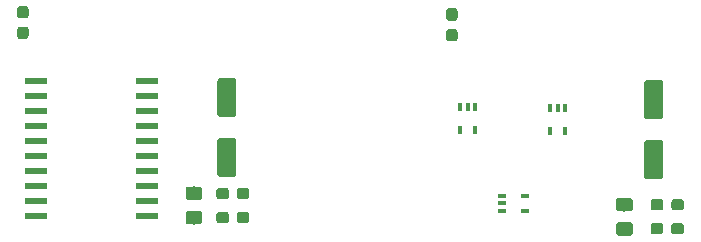
<source format=gtp>
G04 #@! TF.GenerationSoftware,KiCad,Pcbnew,5.0.2+dfsg1-1~bpo9+1*
G04 #@! TF.CreationDate,2019-11-03T17:14:50+01:00*
G04 #@! TF.ProjectId,HALF_DUPLEX_UART,48414c46-5f44-4555-904c-45585f554152,rev?*
G04 #@! TF.SameCoordinates,Original*
G04 #@! TF.FileFunction,Paste,Top*
G04 #@! TF.FilePolarity,Positive*
%FSLAX46Y46*%
G04 Gerber Fmt 4.6, Leading zero omitted, Abs format (unit mm)*
G04 Created by KiCad (PCBNEW 5.0.2+dfsg1-1~bpo9+1) date dim. 03 nov. 2019 17:14:50 CET*
%MOMM*%
%LPD*%
G01*
G04 APERTURE LIST*
%ADD10R,0.650000X0.400000*%
%ADD11R,0.400000X0.650000*%
%ADD12C,0.100000*%
%ADD13C,1.600000*%
%ADD14C,0.950000*%
%ADD15C,1.150000*%
%ADD16R,1.950000X0.600000*%
G04 APERTURE END LIST*
D10*
G04 #@! TO.C,U103*
X167447000Y-110665500D03*
X167447000Y-111965500D03*
X165547000Y-111315500D03*
X165547000Y-111965500D03*
X165547000Y-110665500D03*
G04 #@! TD*
D11*
G04 #@! TO.C,U102*
X170896000Y-105170000D03*
X169596000Y-105170000D03*
X170246000Y-103270000D03*
X169596000Y-103270000D03*
X170896000Y-103270000D03*
G04 #@! TD*
G04 #@! TO.C,U104*
X163273500Y-105090000D03*
X161973500Y-105090000D03*
X162623500Y-103190000D03*
X161973500Y-103190000D03*
X163273500Y-103190000D03*
G04 #@! TD*
D12*
G04 #@! TO.C,C101*
G36*
X142814504Y-105778204D02*
X142838773Y-105781804D01*
X142862571Y-105787765D01*
X142885671Y-105796030D01*
X142907849Y-105806520D01*
X142928893Y-105819133D01*
X142948598Y-105833747D01*
X142966777Y-105850223D01*
X142983253Y-105868402D01*
X142997867Y-105888107D01*
X143010480Y-105909151D01*
X143020970Y-105931329D01*
X143029235Y-105954429D01*
X143035196Y-105978227D01*
X143038796Y-106002496D01*
X143040000Y-106027000D01*
X143040000Y-108852000D01*
X143038796Y-108876504D01*
X143035196Y-108900773D01*
X143029235Y-108924571D01*
X143020970Y-108947671D01*
X143010480Y-108969849D01*
X142997867Y-108990893D01*
X142983253Y-109010598D01*
X142966777Y-109028777D01*
X142948598Y-109045253D01*
X142928893Y-109059867D01*
X142907849Y-109072480D01*
X142885671Y-109082970D01*
X142862571Y-109091235D01*
X142838773Y-109097196D01*
X142814504Y-109100796D01*
X142790000Y-109102000D01*
X141690000Y-109102000D01*
X141665496Y-109100796D01*
X141641227Y-109097196D01*
X141617429Y-109091235D01*
X141594329Y-109082970D01*
X141572151Y-109072480D01*
X141551107Y-109059867D01*
X141531402Y-109045253D01*
X141513223Y-109028777D01*
X141496747Y-109010598D01*
X141482133Y-108990893D01*
X141469520Y-108969849D01*
X141459030Y-108947671D01*
X141450765Y-108924571D01*
X141444804Y-108900773D01*
X141441204Y-108876504D01*
X141440000Y-108852000D01*
X141440000Y-106027000D01*
X141441204Y-106002496D01*
X141444804Y-105978227D01*
X141450765Y-105954429D01*
X141459030Y-105931329D01*
X141469520Y-105909151D01*
X141482133Y-105888107D01*
X141496747Y-105868402D01*
X141513223Y-105850223D01*
X141531402Y-105833747D01*
X141551107Y-105819133D01*
X141572151Y-105806520D01*
X141594329Y-105796030D01*
X141617429Y-105787765D01*
X141641227Y-105781804D01*
X141665496Y-105778204D01*
X141690000Y-105777000D01*
X142790000Y-105777000D01*
X142814504Y-105778204D01*
X142814504Y-105778204D01*
G37*
D13*
X142240000Y-107439500D03*
D12*
G36*
X142814504Y-100703204D02*
X142838773Y-100706804D01*
X142862571Y-100712765D01*
X142885671Y-100721030D01*
X142907849Y-100731520D01*
X142928893Y-100744133D01*
X142948598Y-100758747D01*
X142966777Y-100775223D01*
X142983253Y-100793402D01*
X142997867Y-100813107D01*
X143010480Y-100834151D01*
X143020970Y-100856329D01*
X143029235Y-100879429D01*
X143035196Y-100903227D01*
X143038796Y-100927496D01*
X143040000Y-100952000D01*
X143040000Y-103777000D01*
X143038796Y-103801504D01*
X143035196Y-103825773D01*
X143029235Y-103849571D01*
X143020970Y-103872671D01*
X143010480Y-103894849D01*
X142997867Y-103915893D01*
X142983253Y-103935598D01*
X142966777Y-103953777D01*
X142948598Y-103970253D01*
X142928893Y-103984867D01*
X142907849Y-103997480D01*
X142885671Y-104007970D01*
X142862571Y-104016235D01*
X142838773Y-104022196D01*
X142814504Y-104025796D01*
X142790000Y-104027000D01*
X141690000Y-104027000D01*
X141665496Y-104025796D01*
X141641227Y-104022196D01*
X141617429Y-104016235D01*
X141594329Y-104007970D01*
X141572151Y-103997480D01*
X141551107Y-103984867D01*
X141531402Y-103970253D01*
X141513223Y-103953777D01*
X141496747Y-103935598D01*
X141482133Y-103915893D01*
X141469520Y-103894849D01*
X141459030Y-103872671D01*
X141450765Y-103849571D01*
X141444804Y-103825773D01*
X141441204Y-103801504D01*
X141440000Y-103777000D01*
X141440000Y-100952000D01*
X141441204Y-100927496D01*
X141444804Y-100903227D01*
X141450765Y-100879429D01*
X141459030Y-100856329D01*
X141469520Y-100834151D01*
X141482133Y-100813107D01*
X141496747Y-100793402D01*
X141513223Y-100775223D01*
X141531402Y-100758747D01*
X141551107Y-100744133D01*
X141572151Y-100731520D01*
X141594329Y-100721030D01*
X141617429Y-100712765D01*
X141641227Y-100706804D01*
X141665496Y-100703204D01*
X141690000Y-100702000D01*
X142790000Y-100702000D01*
X142814504Y-100703204D01*
X142814504Y-100703204D01*
G37*
D13*
X142240000Y-102364500D03*
G04 #@! TD*
D12*
G04 #@! TO.C,C102*
G36*
X143933779Y-112048144D02*
X143956834Y-112051563D01*
X143979443Y-112057227D01*
X144001387Y-112065079D01*
X144022457Y-112075044D01*
X144042448Y-112087026D01*
X144061168Y-112100910D01*
X144078438Y-112116562D01*
X144094090Y-112133832D01*
X144107974Y-112152552D01*
X144119956Y-112172543D01*
X144129921Y-112193613D01*
X144137773Y-112215557D01*
X144143437Y-112238166D01*
X144146856Y-112261221D01*
X144148000Y-112284500D01*
X144148000Y-112759500D01*
X144146856Y-112782779D01*
X144143437Y-112805834D01*
X144137773Y-112828443D01*
X144129921Y-112850387D01*
X144119956Y-112871457D01*
X144107974Y-112891448D01*
X144094090Y-112910168D01*
X144078438Y-112927438D01*
X144061168Y-112943090D01*
X144042448Y-112956974D01*
X144022457Y-112968956D01*
X144001387Y-112978921D01*
X143979443Y-112986773D01*
X143956834Y-112992437D01*
X143933779Y-112995856D01*
X143910500Y-112997000D01*
X143335500Y-112997000D01*
X143312221Y-112995856D01*
X143289166Y-112992437D01*
X143266557Y-112986773D01*
X143244613Y-112978921D01*
X143223543Y-112968956D01*
X143203552Y-112956974D01*
X143184832Y-112943090D01*
X143167562Y-112927438D01*
X143151910Y-112910168D01*
X143138026Y-112891448D01*
X143126044Y-112871457D01*
X143116079Y-112850387D01*
X143108227Y-112828443D01*
X143102563Y-112805834D01*
X143099144Y-112782779D01*
X143098000Y-112759500D01*
X143098000Y-112284500D01*
X143099144Y-112261221D01*
X143102563Y-112238166D01*
X143108227Y-112215557D01*
X143116079Y-112193613D01*
X143126044Y-112172543D01*
X143138026Y-112152552D01*
X143151910Y-112133832D01*
X143167562Y-112116562D01*
X143184832Y-112100910D01*
X143203552Y-112087026D01*
X143223543Y-112075044D01*
X143244613Y-112065079D01*
X143266557Y-112057227D01*
X143289166Y-112051563D01*
X143312221Y-112048144D01*
X143335500Y-112047000D01*
X143910500Y-112047000D01*
X143933779Y-112048144D01*
X143933779Y-112048144D01*
G37*
D14*
X143623000Y-112522000D03*
D12*
G36*
X142183779Y-112048144D02*
X142206834Y-112051563D01*
X142229443Y-112057227D01*
X142251387Y-112065079D01*
X142272457Y-112075044D01*
X142292448Y-112087026D01*
X142311168Y-112100910D01*
X142328438Y-112116562D01*
X142344090Y-112133832D01*
X142357974Y-112152552D01*
X142369956Y-112172543D01*
X142379921Y-112193613D01*
X142387773Y-112215557D01*
X142393437Y-112238166D01*
X142396856Y-112261221D01*
X142398000Y-112284500D01*
X142398000Y-112759500D01*
X142396856Y-112782779D01*
X142393437Y-112805834D01*
X142387773Y-112828443D01*
X142379921Y-112850387D01*
X142369956Y-112871457D01*
X142357974Y-112891448D01*
X142344090Y-112910168D01*
X142328438Y-112927438D01*
X142311168Y-112943090D01*
X142292448Y-112956974D01*
X142272457Y-112968956D01*
X142251387Y-112978921D01*
X142229443Y-112986773D01*
X142206834Y-112992437D01*
X142183779Y-112995856D01*
X142160500Y-112997000D01*
X141585500Y-112997000D01*
X141562221Y-112995856D01*
X141539166Y-112992437D01*
X141516557Y-112986773D01*
X141494613Y-112978921D01*
X141473543Y-112968956D01*
X141453552Y-112956974D01*
X141434832Y-112943090D01*
X141417562Y-112927438D01*
X141401910Y-112910168D01*
X141388026Y-112891448D01*
X141376044Y-112871457D01*
X141366079Y-112850387D01*
X141358227Y-112828443D01*
X141352563Y-112805834D01*
X141349144Y-112782779D01*
X141348000Y-112759500D01*
X141348000Y-112284500D01*
X141349144Y-112261221D01*
X141352563Y-112238166D01*
X141358227Y-112215557D01*
X141366079Y-112193613D01*
X141376044Y-112172543D01*
X141388026Y-112152552D01*
X141401910Y-112133832D01*
X141417562Y-112116562D01*
X141434832Y-112100910D01*
X141453552Y-112087026D01*
X141473543Y-112075044D01*
X141494613Y-112065079D01*
X141516557Y-112057227D01*
X141539166Y-112051563D01*
X141562221Y-112048144D01*
X141585500Y-112047000D01*
X142160500Y-112047000D01*
X142183779Y-112048144D01*
X142183779Y-112048144D01*
G37*
D14*
X141873000Y-112522000D03*
G04 #@! TD*
D12*
G04 #@! TO.C,C103*
G36*
X178946004Y-100893704D02*
X178970273Y-100897304D01*
X178994071Y-100903265D01*
X179017171Y-100911530D01*
X179039349Y-100922020D01*
X179060393Y-100934633D01*
X179080098Y-100949247D01*
X179098277Y-100965723D01*
X179114753Y-100983902D01*
X179129367Y-101003607D01*
X179141980Y-101024651D01*
X179152470Y-101046829D01*
X179160735Y-101069929D01*
X179166696Y-101093727D01*
X179170296Y-101117996D01*
X179171500Y-101142500D01*
X179171500Y-103967500D01*
X179170296Y-103992004D01*
X179166696Y-104016273D01*
X179160735Y-104040071D01*
X179152470Y-104063171D01*
X179141980Y-104085349D01*
X179129367Y-104106393D01*
X179114753Y-104126098D01*
X179098277Y-104144277D01*
X179080098Y-104160753D01*
X179060393Y-104175367D01*
X179039349Y-104187980D01*
X179017171Y-104198470D01*
X178994071Y-104206735D01*
X178970273Y-104212696D01*
X178946004Y-104216296D01*
X178921500Y-104217500D01*
X177821500Y-104217500D01*
X177796996Y-104216296D01*
X177772727Y-104212696D01*
X177748929Y-104206735D01*
X177725829Y-104198470D01*
X177703651Y-104187980D01*
X177682607Y-104175367D01*
X177662902Y-104160753D01*
X177644723Y-104144277D01*
X177628247Y-104126098D01*
X177613633Y-104106393D01*
X177601020Y-104085349D01*
X177590530Y-104063171D01*
X177582265Y-104040071D01*
X177576304Y-104016273D01*
X177572704Y-103992004D01*
X177571500Y-103967500D01*
X177571500Y-101142500D01*
X177572704Y-101117996D01*
X177576304Y-101093727D01*
X177582265Y-101069929D01*
X177590530Y-101046829D01*
X177601020Y-101024651D01*
X177613633Y-101003607D01*
X177628247Y-100983902D01*
X177644723Y-100965723D01*
X177662902Y-100949247D01*
X177682607Y-100934633D01*
X177703651Y-100922020D01*
X177725829Y-100911530D01*
X177748929Y-100903265D01*
X177772727Y-100897304D01*
X177796996Y-100893704D01*
X177821500Y-100892500D01*
X178921500Y-100892500D01*
X178946004Y-100893704D01*
X178946004Y-100893704D01*
G37*
D13*
X178371500Y-102555000D03*
D12*
G36*
X178946004Y-105968704D02*
X178970273Y-105972304D01*
X178994071Y-105978265D01*
X179017171Y-105986530D01*
X179039349Y-105997020D01*
X179060393Y-106009633D01*
X179080098Y-106024247D01*
X179098277Y-106040723D01*
X179114753Y-106058902D01*
X179129367Y-106078607D01*
X179141980Y-106099651D01*
X179152470Y-106121829D01*
X179160735Y-106144929D01*
X179166696Y-106168727D01*
X179170296Y-106192996D01*
X179171500Y-106217500D01*
X179171500Y-109042500D01*
X179170296Y-109067004D01*
X179166696Y-109091273D01*
X179160735Y-109115071D01*
X179152470Y-109138171D01*
X179141980Y-109160349D01*
X179129367Y-109181393D01*
X179114753Y-109201098D01*
X179098277Y-109219277D01*
X179080098Y-109235753D01*
X179060393Y-109250367D01*
X179039349Y-109262980D01*
X179017171Y-109273470D01*
X178994071Y-109281735D01*
X178970273Y-109287696D01*
X178946004Y-109291296D01*
X178921500Y-109292500D01*
X177821500Y-109292500D01*
X177796996Y-109291296D01*
X177772727Y-109287696D01*
X177748929Y-109281735D01*
X177725829Y-109273470D01*
X177703651Y-109262980D01*
X177682607Y-109250367D01*
X177662902Y-109235753D01*
X177644723Y-109219277D01*
X177628247Y-109201098D01*
X177613633Y-109181393D01*
X177601020Y-109160349D01*
X177590530Y-109138171D01*
X177582265Y-109115071D01*
X177576304Y-109091273D01*
X177572704Y-109067004D01*
X177571500Y-109042500D01*
X177571500Y-106217500D01*
X177572704Y-106192996D01*
X177576304Y-106168727D01*
X177582265Y-106144929D01*
X177590530Y-106121829D01*
X177601020Y-106099651D01*
X177613633Y-106078607D01*
X177628247Y-106058902D01*
X177644723Y-106040723D01*
X177662902Y-106024247D01*
X177682607Y-106009633D01*
X177703651Y-105997020D01*
X177725829Y-105986530D01*
X177748929Y-105978265D01*
X177772727Y-105972304D01*
X177796996Y-105968704D01*
X177821500Y-105967500D01*
X178921500Y-105967500D01*
X178946004Y-105968704D01*
X178946004Y-105968704D01*
G37*
D13*
X178371500Y-107630000D03*
G04 #@! TD*
D12*
G04 #@! TO.C,C104*
G36*
X178950279Y-113000644D02*
X178973334Y-113004063D01*
X178995943Y-113009727D01*
X179017887Y-113017579D01*
X179038957Y-113027544D01*
X179058948Y-113039526D01*
X179077668Y-113053410D01*
X179094938Y-113069062D01*
X179110590Y-113086332D01*
X179124474Y-113105052D01*
X179136456Y-113125043D01*
X179146421Y-113146113D01*
X179154273Y-113168057D01*
X179159937Y-113190666D01*
X179163356Y-113213721D01*
X179164500Y-113237000D01*
X179164500Y-113712000D01*
X179163356Y-113735279D01*
X179159937Y-113758334D01*
X179154273Y-113780943D01*
X179146421Y-113802887D01*
X179136456Y-113823957D01*
X179124474Y-113843948D01*
X179110590Y-113862668D01*
X179094938Y-113879938D01*
X179077668Y-113895590D01*
X179058948Y-113909474D01*
X179038957Y-113921456D01*
X179017887Y-113931421D01*
X178995943Y-113939273D01*
X178973334Y-113944937D01*
X178950279Y-113948356D01*
X178927000Y-113949500D01*
X178352000Y-113949500D01*
X178328721Y-113948356D01*
X178305666Y-113944937D01*
X178283057Y-113939273D01*
X178261113Y-113931421D01*
X178240043Y-113921456D01*
X178220052Y-113909474D01*
X178201332Y-113895590D01*
X178184062Y-113879938D01*
X178168410Y-113862668D01*
X178154526Y-113843948D01*
X178142544Y-113823957D01*
X178132579Y-113802887D01*
X178124727Y-113780943D01*
X178119063Y-113758334D01*
X178115644Y-113735279D01*
X178114500Y-113712000D01*
X178114500Y-113237000D01*
X178115644Y-113213721D01*
X178119063Y-113190666D01*
X178124727Y-113168057D01*
X178132579Y-113146113D01*
X178142544Y-113125043D01*
X178154526Y-113105052D01*
X178168410Y-113086332D01*
X178184062Y-113069062D01*
X178201332Y-113053410D01*
X178220052Y-113039526D01*
X178240043Y-113027544D01*
X178261113Y-113017579D01*
X178283057Y-113009727D01*
X178305666Y-113004063D01*
X178328721Y-113000644D01*
X178352000Y-112999500D01*
X178927000Y-112999500D01*
X178950279Y-113000644D01*
X178950279Y-113000644D01*
G37*
D14*
X178639500Y-113474500D03*
D12*
G36*
X180700279Y-113000644D02*
X180723334Y-113004063D01*
X180745943Y-113009727D01*
X180767887Y-113017579D01*
X180788957Y-113027544D01*
X180808948Y-113039526D01*
X180827668Y-113053410D01*
X180844938Y-113069062D01*
X180860590Y-113086332D01*
X180874474Y-113105052D01*
X180886456Y-113125043D01*
X180896421Y-113146113D01*
X180904273Y-113168057D01*
X180909937Y-113190666D01*
X180913356Y-113213721D01*
X180914500Y-113237000D01*
X180914500Y-113712000D01*
X180913356Y-113735279D01*
X180909937Y-113758334D01*
X180904273Y-113780943D01*
X180896421Y-113802887D01*
X180886456Y-113823957D01*
X180874474Y-113843948D01*
X180860590Y-113862668D01*
X180844938Y-113879938D01*
X180827668Y-113895590D01*
X180808948Y-113909474D01*
X180788957Y-113921456D01*
X180767887Y-113931421D01*
X180745943Y-113939273D01*
X180723334Y-113944937D01*
X180700279Y-113948356D01*
X180677000Y-113949500D01*
X180102000Y-113949500D01*
X180078721Y-113948356D01*
X180055666Y-113944937D01*
X180033057Y-113939273D01*
X180011113Y-113931421D01*
X179990043Y-113921456D01*
X179970052Y-113909474D01*
X179951332Y-113895590D01*
X179934062Y-113879938D01*
X179918410Y-113862668D01*
X179904526Y-113843948D01*
X179892544Y-113823957D01*
X179882579Y-113802887D01*
X179874727Y-113780943D01*
X179869063Y-113758334D01*
X179865644Y-113735279D01*
X179864500Y-113712000D01*
X179864500Y-113237000D01*
X179865644Y-113213721D01*
X179869063Y-113190666D01*
X179874727Y-113168057D01*
X179882579Y-113146113D01*
X179892544Y-113125043D01*
X179904526Y-113105052D01*
X179918410Y-113086332D01*
X179934062Y-113069062D01*
X179951332Y-113053410D01*
X179970052Y-113039526D01*
X179990043Y-113027544D01*
X180011113Y-113017579D01*
X180033057Y-113009727D01*
X180055666Y-113004063D01*
X180078721Y-113000644D01*
X180102000Y-112999500D01*
X180677000Y-112999500D01*
X180700279Y-113000644D01*
X180700279Y-113000644D01*
G37*
D14*
X180389500Y-113474500D03*
G04 #@! TD*
D12*
G04 #@! TO.C,D101*
G36*
X139920505Y-109907204D02*
X139944773Y-109910804D01*
X139968572Y-109916765D01*
X139991671Y-109925030D01*
X140013850Y-109935520D01*
X140034893Y-109948132D01*
X140054599Y-109962747D01*
X140072777Y-109979223D01*
X140089253Y-109997401D01*
X140103868Y-110017107D01*
X140116480Y-110038150D01*
X140126970Y-110060329D01*
X140135235Y-110083428D01*
X140141196Y-110107227D01*
X140144796Y-110131495D01*
X140146000Y-110155999D01*
X140146000Y-110806001D01*
X140144796Y-110830505D01*
X140141196Y-110854773D01*
X140135235Y-110878572D01*
X140126970Y-110901671D01*
X140116480Y-110923850D01*
X140103868Y-110944893D01*
X140089253Y-110964599D01*
X140072777Y-110982777D01*
X140054599Y-110999253D01*
X140034893Y-111013868D01*
X140013850Y-111026480D01*
X139991671Y-111036970D01*
X139968572Y-111045235D01*
X139944773Y-111051196D01*
X139920505Y-111054796D01*
X139896001Y-111056000D01*
X138995999Y-111056000D01*
X138971495Y-111054796D01*
X138947227Y-111051196D01*
X138923428Y-111045235D01*
X138900329Y-111036970D01*
X138878150Y-111026480D01*
X138857107Y-111013868D01*
X138837401Y-110999253D01*
X138819223Y-110982777D01*
X138802747Y-110964599D01*
X138788132Y-110944893D01*
X138775520Y-110923850D01*
X138765030Y-110901671D01*
X138756765Y-110878572D01*
X138750804Y-110854773D01*
X138747204Y-110830505D01*
X138746000Y-110806001D01*
X138746000Y-110155999D01*
X138747204Y-110131495D01*
X138750804Y-110107227D01*
X138756765Y-110083428D01*
X138765030Y-110060329D01*
X138775520Y-110038150D01*
X138788132Y-110017107D01*
X138802747Y-109997401D01*
X138819223Y-109979223D01*
X138837401Y-109962747D01*
X138857107Y-109948132D01*
X138878150Y-109935520D01*
X138900329Y-109925030D01*
X138923428Y-109916765D01*
X138947227Y-109910804D01*
X138971495Y-109907204D01*
X138995999Y-109906000D01*
X139896001Y-109906000D01*
X139920505Y-109907204D01*
X139920505Y-109907204D01*
G37*
D15*
X139446000Y-110481000D03*
D12*
G36*
X139920505Y-111957204D02*
X139944773Y-111960804D01*
X139968572Y-111966765D01*
X139991671Y-111975030D01*
X140013850Y-111985520D01*
X140034893Y-111998132D01*
X140054599Y-112012747D01*
X140072777Y-112029223D01*
X140089253Y-112047401D01*
X140103868Y-112067107D01*
X140116480Y-112088150D01*
X140126970Y-112110329D01*
X140135235Y-112133428D01*
X140141196Y-112157227D01*
X140144796Y-112181495D01*
X140146000Y-112205999D01*
X140146000Y-112856001D01*
X140144796Y-112880505D01*
X140141196Y-112904773D01*
X140135235Y-112928572D01*
X140126970Y-112951671D01*
X140116480Y-112973850D01*
X140103868Y-112994893D01*
X140089253Y-113014599D01*
X140072777Y-113032777D01*
X140054599Y-113049253D01*
X140034893Y-113063868D01*
X140013850Y-113076480D01*
X139991671Y-113086970D01*
X139968572Y-113095235D01*
X139944773Y-113101196D01*
X139920505Y-113104796D01*
X139896001Y-113106000D01*
X138995999Y-113106000D01*
X138971495Y-113104796D01*
X138947227Y-113101196D01*
X138923428Y-113095235D01*
X138900329Y-113086970D01*
X138878150Y-113076480D01*
X138857107Y-113063868D01*
X138837401Y-113049253D01*
X138819223Y-113032777D01*
X138802747Y-113014599D01*
X138788132Y-112994893D01*
X138775520Y-112973850D01*
X138765030Y-112951671D01*
X138756765Y-112928572D01*
X138750804Y-112904773D01*
X138747204Y-112880505D01*
X138746000Y-112856001D01*
X138746000Y-112205999D01*
X138747204Y-112181495D01*
X138750804Y-112157227D01*
X138756765Y-112133428D01*
X138765030Y-112110329D01*
X138775520Y-112088150D01*
X138788132Y-112067107D01*
X138802747Y-112047401D01*
X138819223Y-112029223D01*
X138837401Y-112012747D01*
X138857107Y-111998132D01*
X138878150Y-111985520D01*
X138900329Y-111975030D01*
X138923428Y-111966765D01*
X138947227Y-111960804D01*
X138971495Y-111957204D01*
X138995999Y-111956000D01*
X139896001Y-111956000D01*
X139920505Y-111957204D01*
X139920505Y-111957204D01*
G37*
D15*
X139446000Y-112531000D03*
G04 #@! TD*
D12*
G04 #@! TO.C,D102*
G36*
X176369505Y-112909704D02*
X176393773Y-112913304D01*
X176417572Y-112919265D01*
X176440671Y-112927530D01*
X176462850Y-112938020D01*
X176483893Y-112950632D01*
X176503599Y-112965247D01*
X176521777Y-112981723D01*
X176538253Y-112999901D01*
X176552868Y-113019607D01*
X176565480Y-113040650D01*
X176575970Y-113062829D01*
X176584235Y-113085928D01*
X176590196Y-113109727D01*
X176593796Y-113133995D01*
X176595000Y-113158499D01*
X176595000Y-113808501D01*
X176593796Y-113833005D01*
X176590196Y-113857273D01*
X176584235Y-113881072D01*
X176575970Y-113904171D01*
X176565480Y-113926350D01*
X176552868Y-113947393D01*
X176538253Y-113967099D01*
X176521777Y-113985277D01*
X176503599Y-114001753D01*
X176483893Y-114016368D01*
X176462850Y-114028980D01*
X176440671Y-114039470D01*
X176417572Y-114047735D01*
X176393773Y-114053696D01*
X176369505Y-114057296D01*
X176345001Y-114058500D01*
X175444999Y-114058500D01*
X175420495Y-114057296D01*
X175396227Y-114053696D01*
X175372428Y-114047735D01*
X175349329Y-114039470D01*
X175327150Y-114028980D01*
X175306107Y-114016368D01*
X175286401Y-114001753D01*
X175268223Y-113985277D01*
X175251747Y-113967099D01*
X175237132Y-113947393D01*
X175224520Y-113926350D01*
X175214030Y-113904171D01*
X175205765Y-113881072D01*
X175199804Y-113857273D01*
X175196204Y-113833005D01*
X175195000Y-113808501D01*
X175195000Y-113158499D01*
X175196204Y-113133995D01*
X175199804Y-113109727D01*
X175205765Y-113085928D01*
X175214030Y-113062829D01*
X175224520Y-113040650D01*
X175237132Y-113019607D01*
X175251747Y-112999901D01*
X175268223Y-112981723D01*
X175286401Y-112965247D01*
X175306107Y-112950632D01*
X175327150Y-112938020D01*
X175349329Y-112927530D01*
X175372428Y-112919265D01*
X175396227Y-112913304D01*
X175420495Y-112909704D01*
X175444999Y-112908500D01*
X176345001Y-112908500D01*
X176369505Y-112909704D01*
X176369505Y-112909704D01*
G37*
D15*
X175895000Y-113483500D03*
D12*
G36*
X176369505Y-110859704D02*
X176393773Y-110863304D01*
X176417572Y-110869265D01*
X176440671Y-110877530D01*
X176462850Y-110888020D01*
X176483893Y-110900632D01*
X176503599Y-110915247D01*
X176521777Y-110931723D01*
X176538253Y-110949901D01*
X176552868Y-110969607D01*
X176565480Y-110990650D01*
X176575970Y-111012829D01*
X176584235Y-111035928D01*
X176590196Y-111059727D01*
X176593796Y-111083995D01*
X176595000Y-111108499D01*
X176595000Y-111758501D01*
X176593796Y-111783005D01*
X176590196Y-111807273D01*
X176584235Y-111831072D01*
X176575970Y-111854171D01*
X176565480Y-111876350D01*
X176552868Y-111897393D01*
X176538253Y-111917099D01*
X176521777Y-111935277D01*
X176503599Y-111951753D01*
X176483893Y-111966368D01*
X176462850Y-111978980D01*
X176440671Y-111989470D01*
X176417572Y-111997735D01*
X176393773Y-112003696D01*
X176369505Y-112007296D01*
X176345001Y-112008500D01*
X175444999Y-112008500D01*
X175420495Y-112007296D01*
X175396227Y-112003696D01*
X175372428Y-111997735D01*
X175349329Y-111989470D01*
X175327150Y-111978980D01*
X175306107Y-111966368D01*
X175286401Y-111951753D01*
X175268223Y-111935277D01*
X175251747Y-111917099D01*
X175237132Y-111897393D01*
X175224520Y-111876350D01*
X175214030Y-111854171D01*
X175205765Y-111831072D01*
X175199804Y-111807273D01*
X175196204Y-111783005D01*
X175195000Y-111758501D01*
X175195000Y-111108499D01*
X175196204Y-111083995D01*
X175199804Y-111059727D01*
X175205765Y-111035928D01*
X175214030Y-111012829D01*
X175224520Y-110990650D01*
X175237132Y-110969607D01*
X175251747Y-110949901D01*
X175268223Y-110931723D01*
X175286401Y-110915247D01*
X175306107Y-110900632D01*
X175327150Y-110888020D01*
X175349329Y-110877530D01*
X175372428Y-110869265D01*
X175396227Y-110863304D01*
X175420495Y-110859704D01*
X175444999Y-110858500D01*
X176345001Y-110858500D01*
X176369505Y-110859704D01*
X176369505Y-110859704D01*
G37*
D15*
X175895000Y-111433500D03*
G04 #@! TD*
D12*
G04 #@! TO.C,R101*
G36*
X125228779Y-96363144D02*
X125251834Y-96366563D01*
X125274443Y-96372227D01*
X125296387Y-96380079D01*
X125317457Y-96390044D01*
X125337448Y-96402026D01*
X125356168Y-96415910D01*
X125373438Y-96431562D01*
X125389090Y-96448832D01*
X125402974Y-96467552D01*
X125414956Y-96487543D01*
X125424921Y-96508613D01*
X125432773Y-96530557D01*
X125438437Y-96553166D01*
X125441856Y-96576221D01*
X125443000Y-96599500D01*
X125443000Y-97174500D01*
X125441856Y-97197779D01*
X125438437Y-97220834D01*
X125432773Y-97243443D01*
X125424921Y-97265387D01*
X125414956Y-97286457D01*
X125402974Y-97306448D01*
X125389090Y-97325168D01*
X125373438Y-97342438D01*
X125356168Y-97358090D01*
X125337448Y-97371974D01*
X125317457Y-97383956D01*
X125296387Y-97393921D01*
X125274443Y-97401773D01*
X125251834Y-97407437D01*
X125228779Y-97410856D01*
X125205500Y-97412000D01*
X124730500Y-97412000D01*
X124707221Y-97410856D01*
X124684166Y-97407437D01*
X124661557Y-97401773D01*
X124639613Y-97393921D01*
X124618543Y-97383956D01*
X124598552Y-97371974D01*
X124579832Y-97358090D01*
X124562562Y-97342438D01*
X124546910Y-97325168D01*
X124533026Y-97306448D01*
X124521044Y-97286457D01*
X124511079Y-97265387D01*
X124503227Y-97243443D01*
X124497563Y-97220834D01*
X124494144Y-97197779D01*
X124493000Y-97174500D01*
X124493000Y-96599500D01*
X124494144Y-96576221D01*
X124497563Y-96553166D01*
X124503227Y-96530557D01*
X124511079Y-96508613D01*
X124521044Y-96487543D01*
X124533026Y-96467552D01*
X124546910Y-96448832D01*
X124562562Y-96431562D01*
X124579832Y-96415910D01*
X124598552Y-96402026D01*
X124618543Y-96390044D01*
X124639613Y-96380079D01*
X124661557Y-96372227D01*
X124684166Y-96366563D01*
X124707221Y-96363144D01*
X124730500Y-96362000D01*
X125205500Y-96362000D01*
X125228779Y-96363144D01*
X125228779Y-96363144D01*
G37*
D14*
X124968000Y-96887000D03*
D12*
G36*
X125228779Y-94613144D02*
X125251834Y-94616563D01*
X125274443Y-94622227D01*
X125296387Y-94630079D01*
X125317457Y-94640044D01*
X125337448Y-94652026D01*
X125356168Y-94665910D01*
X125373438Y-94681562D01*
X125389090Y-94698832D01*
X125402974Y-94717552D01*
X125414956Y-94737543D01*
X125424921Y-94758613D01*
X125432773Y-94780557D01*
X125438437Y-94803166D01*
X125441856Y-94826221D01*
X125443000Y-94849500D01*
X125443000Y-95424500D01*
X125441856Y-95447779D01*
X125438437Y-95470834D01*
X125432773Y-95493443D01*
X125424921Y-95515387D01*
X125414956Y-95536457D01*
X125402974Y-95556448D01*
X125389090Y-95575168D01*
X125373438Y-95592438D01*
X125356168Y-95608090D01*
X125337448Y-95621974D01*
X125317457Y-95633956D01*
X125296387Y-95643921D01*
X125274443Y-95651773D01*
X125251834Y-95657437D01*
X125228779Y-95660856D01*
X125205500Y-95662000D01*
X124730500Y-95662000D01*
X124707221Y-95660856D01*
X124684166Y-95657437D01*
X124661557Y-95651773D01*
X124639613Y-95643921D01*
X124618543Y-95633956D01*
X124598552Y-95621974D01*
X124579832Y-95608090D01*
X124562562Y-95592438D01*
X124546910Y-95575168D01*
X124533026Y-95556448D01*
X124521044Y-95536457D01*
X124511079Y-95515387D01*
X124503227Y-95493443D01*
X124497563Y-95470834D01*
X124494144Y-95447779D01*
X124493000Y-95424500D01*
X124493000Y-94849500D01*
X124494144Y-94826221D01*
X124497563Y-94803166D01*
X124503227Y-94780557D01*
X124511079Y-94758613D01*
X124521044Y-94737543D01*
X124533026Y-94717552D01*
X124546910Y-94698832D01*
X124562562Y-94681562D01*
X124579832Y-94665910D01*
X124598552Y-94652026D01*
X124618543Y-94640044D01*
X124639613Y-94630079D01*
X124661557Y-94622227D01*
X124684166Y-94616563D01*
X124707221Y-94613144D01*
X124730500Y-94612000D01*
X125205500Y-94612000D01*
X125228779Y-94613144D01*
X125228779Y-94613144D01*
G37*
D14*
X124968000Y-95137000D03*
G04 #@! TD*
D12*
G04 #@! TO.C,R102*
G36*
X143933779Y-110016144D02*
X143956834Y-110019563D01*
X143979443Y-110025227D01*
X144001387Y-110033079D01*
X144022457Y-110043044D01*
X144042448Y-110055026D01*
X144061168Y-110068910D01*
X144078438Y-110084562D01*
X144094090Y-110101832D01*
X144107974Y-110120552D01*
X144119956Y-110140543D01*
X144129921Y-110161613D01*
X144137773Y-110183557D01*
X144143437Y-110206166D01*
X144146856Y-110229221D01*
X144148000Y-110252500D01*
X144148000Y-110727500D01*
X144146856Y-110750779D01*
X144143437Y-110773834D01*
X144137773Y-110796443D01*
X144129921Y-110818387D01*
X144119956Y-110839457D01*
X144107974Y-110859448D01*
X144094090Y-110878168D01*
X144078438Y-110895438D01*
X144061168Y-110911090D01*
X144042448Y-110924974D01*
X144022457Y-110936956D01*
X144001387Y-110946921D01*
X143979443Y-110954773D01*
X143956834Y-110960437D01*
X143933779Y-110963856D01*
X143910500Y-110965000D01*
X143335500Y-110965000D01*
X143312221Y-110963856D01*
X143289166Y-110960437D01*
X143266557Y-110954773D01*
X143244613Y-110946921D01*
X143223543Y-110936956D01*
X143203552Y-110924974D01*
X143184832Y-110911090D01*
X143167562Y-110895438D01*
X143151910Y-110878168D01*
X143138026Y-110859448D01*
X143126044Y-110839457D01*
X143116079Y-110818387D01*
X143108227Y-110796443D01*
X143102563Y-110773834D01*
X143099144Y-110750779D01*
X143098000Y-110727500D01*
X143098000Y-110252500D01*
X143099144Y-110229221D01*
X143102563Y-110206166D01*
X143108227Y-110183557D01*
X143116079Y-110161613D01*
X143126044Y-110140543D01*
X143138026Y-110120552D01*
X143151910Y-110101832D01*
X143167562Y-110084562D01*
X143184832Y-110068910D01*
X143203552Y-110055026D01*
X143223543Y-110043044D01*
X143244613Y-110033079D01*
X143266557Y-110025227D01*
X143289166Y-110019563D01*
X143312221Y-110016144D01*
X143335500Y-110015000D01*
X143910500Y-110015000D01*
X143933779Y-110016144D01*
X143933779Y-110016144D01*
G37*
D14*
X143623000Y-110490000D03*
D12*
G36*
X142183779Y-110016144D02*
X142206834Y-110019563D01*
X142229443Y-110025227D01*
X142251387Y-110033079D01*
X142272457Y-110043044D01*
X142292448Y-110055026D01*
X142311168Y-110068910D01*
X142328438Y-110084562D01*
X142344090Y-110101832D01*
X142357974Y-110120552D01*
X142369956Y-110140543D01*
X142379921Y-110161613D01*
X142387773Y-110183557D01*
X142393437Y-110206166D01*
X142396856Y-110229221D01*
X142398000Y-110252500D01*
X142398000Y-110727500D01*
X142396856Y-110750779D01*
X142393437Y-110773834D01*
X142387773Y-110796443D01*
X142379921Y-110818387D01*
X142369956Y-110839457D01*
X142357974Y-110859448D01*
X142344090Y-110878168D01*
X142328438Y-110895438D01*
X142311168Y-110911090D01*
X142292448Y-110924974D01*
X142272457Y-110936956D01*
X142251387Y-110946921D01*
X142229443Y-110954773D01*
X142206834Y-110960437D01*
X142183779Y-110963856D01*
X142160500Y-110965000D01*
X141585500Y-110965000D01*
X141562221Y-110963856D01*
X141539166Y-110960437D01*
X141516557Y-110954773D01*
X141494613Y-110946921D01*
X141473543Y-110936956D01*
X141453552Y-110924974D01*
X141434832Y-110911090D01*
X141417562Y-110895438D01*
X141401910Y-110878168D01*
X141388026Y-110859448D01*
X141376044Y-110839457D01*
X141366079Y-110818387D01*
X141358227Y-110796443D01*
X141352563Y-110773834D01*
X141349144Y-110750779D01*
X141348000Y-110727500D01*
X141348000Y-110252500D01*
X141349144Y-110229221D01*
X141352563Y-110206166D01*
X141358227Y-110183557D01*
X141366079Y-110161613D01*
X141376044Y-110140543D01*
X141388026Y-110120552D01*
X141401910Y-110101832D01*
X141417562Y-110084562D01*
X141434832Y-110068910D01*
X141453552Y-110055026D01*
X141473543Y-110043044D01*
X141494613Y-110033079D01*
X141516557Y-110025227D01*
X141539166Y-110019563D01*
X141562221Y-110016144D01*
X141585500Y-110015000D01*
X142160500Y-110015000D01*
X142183779Y-110016144D01*
X142183779Y-110016144D01*
G37*
D14*
X141873000Y-110490000D03*
G04 #@! TD*
D12*
G04 #@! TO.C,R103*
G36*
X161550779Y-96553644D02*
X161573834Y-96557063D01*
X161596443Y-96562727D01*
X161618387Y-96570579D01*
X161639457Y-96580544D01*
X161659448Y-96592526D01*
X161678168Y-96606410D01*
X161695438Y-96622062D01*
X161711090Y-96639332D01*
X161724974Y-96658052D01*
X161736956Y-96678043D01*
X161746921Y-96699113D01*
X161754773Y-96721057D01*
X161760437Y-96743666D01*
X161763856Y-96766721D01*
X161765000Y-96790000D01*
X161765000Y-97365000D01*
X161763856Y-97388279D01*
X161760437Y-97411334D01*
X161754773Y-97433943D01*
X161746921Y-97455887D01*
X161736956Y-97476957D01*
X161724974Y-97496948D01*
X161711090Y-97515668D01*
X161695438Y-97532938D01*
X161678168Y-97548590D01*
X161659448Y-97562474D01*
X161639457Y-97574456D01*
X161618387Y-97584421D01*
X161596443Y-97592273D01*
X161573834Y-97597937D01*
X161550779Y-97601356D01*
X161527500Y-97602500D01*
X161052500Y-97602500D01*
X161029221Y-97601356D01*
X161006166Y-97597937D01*
X160983557Y-97592273D01*
X160961613Y-97584421D01*
X160940543Y-97574456D01*
X160920552Y-97562474D01*
X160901832Y-97548590D01*
X160884562Y-97532938D01*
X160868910Y-97515668D01*
X160855026Y-97496948D01*
X160843044Y-97476957D01*
X160833079Y-97455887D01*
X160825227Y-97433943D01*
X160819563Y-97411334D01*
X160816144Y-97388279D01*
X160815000Y-97365000D01*
X160815000Y-96790000D01*
X160816144Y-96766721D01*
X160819563Y-96743666D01*
X160825227Y-96721057D01*
X160833079Y-96699113D01*
X160843044Y-96678043D01*
X160855026Y-96658052D01*
X160868910Y-96639332D01*
X160884562Y-96622062D01*
X160901832Y-96606410D01*
X160920552Y-96592526D01*
X160940543Y-96580544D01*
X160961613Y-96570579D01*
X160983557Y-96562727D01*
X161006166Y-96557063D01*
X161029221Y-96553644D01*
X161052500Y-96552500D01*
X161527500Y-96552500D01*
X161550779Y-96553644D01*
X161550779Y-96553644D01*
G37*
D14*
X161290000Y-97077500D03*
D12*
G36*
X161550779Y-94803644D02*
X161573834Y-94807063D01*
X161596443Y-94812727D01*
X161618387Y-94820579D01*
X161639457Y-94830544D01*
X161659448Y-94842526D01*
X161678168Y-94856410D01*
X161695438Y-94872062D01*
X161711090Y-94889332D01*
X161724974Y-94908052D01*
X161736956Y-94928043D01*
X161746921Y-94949113D01*
X161754773Y-94971057D01*
X161760437Y-94993666D01*
X161763856Y-95016721D01*
X161765000Y-95040000D01*
X161765000Y-95615000D01*
X161763856Y-95638279D01*
X161760437Y-95661334D01*
X161754773Y-95683943D01*
X161746921Y-95705887D01*
X161736956Y-95726957D01*
X161724974Y-95746948D01*
X161711090Y-95765668D01*
X161695438Y-95782938D01*
X161678168Y-95798590D01*
X161659448Y-95812474D01*
X161639457Y-95824456D01*
X161618387Y-95834421D01*
X161596443Y-95842273D01*
X161573834Y-95847937D01*
X161550779Y-95851356D01*
X161527500Y-95852500D01*
X161052500Y-95852500D01*
X161029221Y-95851356D01*
X161006166Y-95847937D01*
X160983557Y-95842273D01*
X160961613Y-95834421D01*
X160940543Y-95824456D01*
X160920552Y-95812474D01*
X160901832Y-95798590D01*
X160884562Y-95782938D01*
X160868910Y-95765668D01*
X160855026Y-95746948D01*
X160843044Y-95726957D01*
X160833079Y-95705887D01*
X160825227Y-95683943D01*
X160819563Y-95661334D01*
X160816144Y-95638279D01*
X160815000Y-95615000D01*
X160815000Y-95040000D01*
X160816144Y-95016721D01*
X160819563Y-94993666D01*
X160825227Y-94971057D01*
X160833079Y-94949113D01*
X160843044Y-94928043D01*
X160855026Y-94908052D01*
X160868910Y-94889332D01*
X160884562Y-94872062D01*
X160901832Y-94856410D01*
X160920552Y-94842526D01*
X160940543Y-94830544D01*
X160961613Y-94820579D01*
X160983557Y-94812727D01*
X161006166Y-94807063D01*
X161029221Y-94803644D01*
X161052500Y-94802500D01*
X161527500Y-94802500D01*
X161550779Y-94803644D01*
X161550779Y-94803644D01*
G37*
D14*
X161290000Y-95327500D03*
G04 #@! TD*
D12*
G04 #@! TO.C,R104*
G36*
X180714279Y-110968644D02*
X180737334Y-110972063D01*
X180759943Y-110977727D01*
X180781887Y-110985579D01*
X180802957Y-110995544D01*
X180822948Y-111007526D01*
X180841668Y-111021410D01*
X180858938Y-111037062D01*
X180874590Y-111054332D01*
X180888474Y-111073052D01*
X180900456Y-111093043D01*
X180910421Y-111114113D01*
X180918273Y-111136057D01*
X180923937Y-111158666D01*
X180927356Y-111181721D01*
X180928500Y-111205000D01*
X180928500Y-111680000D01*
X180927356Y-111703279D01*
X180923937Y-111726334D01*
X180918273Y-111748943D01*
X180910421Y-111770887D01*
X180900456Y-111791957D01*
X180888474Y-111811948D01*
X180874590Y-111830668D01*
X180858938Y-111847938D01*
X180841668Y-111863590D01*
X180822948Y-111877474D01*
X180802957Y-111889456D01*
X180781887Y-111899421D01*
X180759943Y-111907273D01*
X180737334Y-111912937D01*
X180714279Y-111916356D01*
X180691000Y-111917500D01*
X180116000Y-111917500D01*
X180092721Y-111916356D01*
X180069666Y-111912937D01*
X180047057Y-111907273D01*
X180025113Y-111899421D01*
X180004043Y-111889456D01*
X179984052Y-111877474D01*
X179965332Y-111863590D01*
X179948062Y-111847938D01*
X179932410Y-111830668D01*
X179918526Y-111811948D01*
X179906544Y-111791957D01*
X179896579Y-111770887D01*
X179888727Y-111748943D01*
X179883063Y-111726334D01*
X179879644Y-111703279D01*
X179878500Y-111680000D01*
X179878500Y-111205000D01*
X179879644Y-111181721D01*
X179883063Y-111158666D01*
X179888727Y-111136057D01*
X179896579Y-111114113D01*
X179906544Y-111093043D01*
X179918526Y-111073052D01*
X179932410Y-111054332D01*
X179948062Y-111037062D01*
X179965332Y-111021410D01*
X179984052Y-111007526D01*
X180004043Y-110995544D01*
X180025113Y-110985579D01*
X180047057Y-110977727D01*
X180069666Y-110972063D01*
X180092721Y-110968644D01*
X180116000Y-110967500D01*
X180691000Y-110967500D01*
X180714279Y-110968644D01*
X180714279Y-110968644D01*
G37*
D14*
X180403500Y-111442500D03*
D12*
G36*
X178964279Y-110968644D02*
X178987334Y-110972063D01*
X179009943Y-110977727D01*
X179031887Y-110985579D01*
X179052957Y-110995544D01*
X179072948Y-111007526D01*
X179091668Y-111021410D01*
X179108938Y-111037062D01*
X179124590Y-111054332D01*
X179138474Y-111073052D01*
X179150456Y-111093043D01*
X179160421Y-111114113D01*
X179168273Y-111136057D01*
X179173937Y-111158666D01*
X179177356Y-111181721D01*
X179178500Y-111205000D01*
X179178500Y-111680000D01*
X179177356Y-111703279D01*
X179173937Y-111726334D01*
X179168273Y-111748943D01*
X179160421Y-111770887D01*
X179150456Y-111791957D01*
X179138474Y-111811948D01*
X179124590Y-111830668D01*
X179108938Y-111847938D01*
X179091668Y-111863590D01*
X179072948Y-111877474D01*
X179052957Y-111889456D01*
X179031887Y-111899421D01*
X179009943Y-111907273D01*
X178987334Y-111912937D01*
X178964279Y-111916356D01*
X178941000Y-111917500D01*
X178366000Y-111917500D01*
X178342721Y-111916356D01*
X178319666Y-111912937D01*
X178297057Y-111907273D01*
X178275113Y-111899421D01*
X178254043Y-111889456D01*
X178234052Y-111877474D01*
X178215332Y-111863590D01*
X178198062Y-111847938D01*
X178182410Y-111830668D01*
X178168526Y-111811948D01*
X178156544Y-111791957D01*
X178146579Y-111770887D01*
X178138727Y-111748943D01*
X178133063Y-111726334D01*
X178129644Y-111703279D01*
X178128500Y-111680000D01*
X178128500Y-111205000D01*
X178129644Y-111181721D01*
X178133063Y-111158666D01*
X178138727Y-111136057D01*
X178146579Y-111114113D01*
X178156544Y-111093043D01*
X178168526Y-111073052D01*
X178182410Y-111054332D01*
X178198062Y-111037062D01*
X178215332Y-111021410D01*
X178234052Y-111007526D01*
X178254043Y-110995544D01*
X178275113Y-110985579D01*
X178297057Y-110977727D01*
X178319666Y-110972063D01*
X178342721Y-110968644D01*
X178366000Y-110967500D01*
X178941000Y-110967500D01*
X178964279Y-110968644D01*
X178964279Y-110968644D01*
G37*
D14*
X178653500Y-111442500D03*
G04 #@! TD*
D16*
G04 #@! TO.C,U101*
X135510000Y-112395000D03*
X135510000Y-111125000D03*
X135510000Y-109855000D03*
X135510000Y-108585000D03*
X135510000Y-107315000D03*
X135510000Y-106045000D03*
X135510000Y-104775000D03*
X135510000Y-103505000D03*
X135510000Y-102235000D03*
X135510000Y-100965000D03*
X126110000Y-100965000D03*
X126110000Y-102235000D03*
X126110000Y-103505000D03*
X126110000Y-104775000D03*
X126110000Y-106045000D03*
X126110000Y-107315000D03*
X126110000Y-108585000D03*
X126110000Y-109855000D03*
X126110000Y-111125000D03*
X126110000Y-112395000D03*
G04 #@! TD*
M02*

</source>
